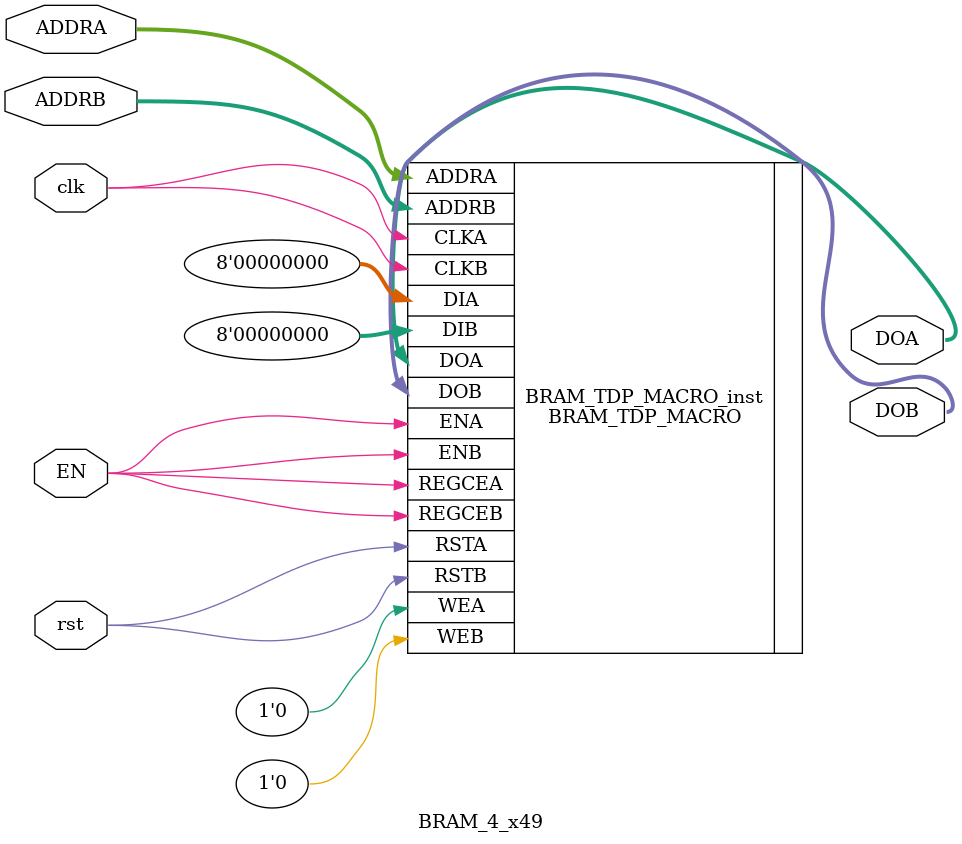
<source format=v>

module BRAM_4_x49(
    input [9:0] ADDRA,
    input [9:0] ADDRB,
    input clk,
    input rst, input EN,
    output [7:0] DOA,
    output [7:0] DOB
    );



// Spartan-6
// Xilinx HDL Libraries Guide, version 14.7
//////////////////////////////////////////////////////////////////////////
// DATA_WIDTH_A/B | BRAM_SIZE | RAM Depth | ADDRA/B Width | WEA/B Width //
// ===============|===========|===========|===============|=============//
// 19-36 | "18Kb" | 512 | 9-bit | 4-bit //
// 10-18 | "18Kb" | 1024 | 10-bit | 2-bit //
// 10-18 | "9Kb" | 512 | 9-bit | 2-bit //
// 5-9 | "18Kb" | 2048 | 11-bit | 1-bit //
// 5-9 | "9Kb" | 1024 | 10-bit | 1-bit //
// 3-4 | "18Kb" | 4096 | 12-bit | 1-bit //
// 3-4 | "9Kb" | 2048 | 11-bit | 1-bit //
// 2 | "18Kb" | 8192 | 13-bit | 1-bit //
// 2 | "9Kb" | 4096 | 12-bit | 1-bit //
// 1 | "18Kb" | 16384 | 14-bit | 1-bit //
// 1 | "9Kb" | 8192 | 12-bit | 1-bit //
//////////////////////////////////////////////////////////////////////////
BRAM_TDP_MACRO #(
	.BRAM_SIZE("9Kb"), // Target BRAM: "9Kb" or "18Kb"
	.DEVICE("SPARTAN6"), // Target device: "VIRTEX5", "VIRTEX6", "SPARTAN6"
	.DOA_REG(1), // Optional port A output register (0 or 1)
	.DOB_REG(1), // Optional port B output register (0 or 1)
	.INIT_A(36'h0123), // Initial values on port A output port
	.INIT_B(36'h3210), // Initial values on port B output port
	.INIT_FILE ("NONE"),
	.READ_WIDTH_A (8), // Valid values are 1-36
	.READ_WIDTH_B (8), // Valid values are 1-36
	.SIM_COLLISION_CHECK ("NONE"), // Collision check enable "ALL", "WARNING_ONLY",
	// "GENERATE_X_ONLY" or "NONE"
	.SRVAL_A(36'h00000000), // Set/Reset value for port A output
	.SRVAL_B(36'h00000000), // Set/Reset value for port B output
	.WRITE_MODE_A("WRITE_FIRST"), // "WRITE_FIRST", "READ_FIRST", or "NO_CHANGE"
	.WRITE_MODE_B("WRITE_FIRST"), // "WRITE_FIRST", "READ_FIRST", or "NO_CHANGE"
	.WRITE_WIDTH_A(8), // Valid values are 1-36
	.WRITE_WIDTH_B(8), // Valid values are 1-36
	
.INIT_00(256'h46A4EEFF7C9100004A1D7C6DA8F000000B1700007F7D000018B1000026910000),
.INIT_01(256'h58A8A5B41FE00000A3E61F0E145E0000EFE12828859500000BB0000003A60000),
.INIT_02(256'hAE302397F1602C89830D100189080000D4B466C3A9D7EB4E215100009BF50000),
.INIT_03(256'h36BAC1751497852062FE54453DAE272791E3C065F29E65C01D7F000091ED0000),
.INIT_04(256'h1A1CFBEAEDE4636397240A1BB8040000E61E000029CF0000175A000092C10000),
.INIT_05(256'hC9931A45FFAA753BA847D8876E8E0D433E9A733D53E9E7A92332400E2C23FCB2),
.INIT_06(256'hDDA7A71384F115B02B41ADBC274200001692F7521B81B1145BCFCBCB911B0000),
.INIT_07(256'hDAFCBD47426BF8134E780A55AB9278363DE558B392548A6112DAD9975284AEE0),
.INIT_08(256'hA94B0110937EEFEFA5F29382471FEFEFE4F8EFEF9092EFEFF75EEFEFC97EEFEF),
.INIT_09(256'hB7474A5BF00FEFEF4C09F0E1FBB1EFEF000EC7C76A7AEFEFE45FEFEFEC49EFEF),
.INIT_0A(256'h41DFCC781E8FC3666CE2FFEE66E7EFEF3B5B892C463804A1CEBEEFEF741AEFEF),
.INIT_0B(256'hD9552E9AFB786ACF8D11BBAAD241C8C87E0C2F8A1D718A2FF290EFEF7E02EFEF),
.INIT_0C(256'hF5F31405020B8C8C78CBE5F457EBEFEF09F1EFEFC620EFEFF8B5EFEF7D2EEFEF),
.INIT_0D(256'h267CF5AA10459AD447A837688161E2ACD1759CD2BC060846CCDDAFE1C3CC135D),
.INIT_0E(256'h324848FC6B1EFA5FC4AE4253C8ADEFEFF97D18BDF46E5EFBB42024247EF4EFEF),
.INIT_0F(256'h351352A8AD8417FCA197E5BA447D97D9D20AB75C7DBB658EFD353678BD6B410F),
.INIT_10(256'hF28994117D1100006820AB2EDD82000098C40000DD1300004728000007FA0000),
.INIT_11(256'h773E23A6015F0000671D7AFF4D200000D5BB6666B844000080DD00008E410000),
.INIT_12(256'hFEE415139B96CF4C74DEBA3F74C90000EBD62CAF55FA73F0981500007C630000),
.INIT_13(256'hFED6282E625D45C60A921590951A7E7E5D52BE3DCB56870450EF0000FAD70000),
.INIT_14(256'hE0B5DB5E16549C9CA6C078FD6A1B000003710000EC0C00009CDD000076A50000),
.INIT_15(256'hFED5478E102C561AF1E94188434C0945191581CD3FA1064ACFF024688A27C589),
.INIT_16(256'hF0C4292FAD8E61E2941028ADAC3F00006C7F5FDC39B841C26DCE414162530000),
.INIT_17(256'h7F352B613A6735FAA65C7BB2E00D632F99F43EF105FAA76825F8713D85CAD19D),
.INIT_18(256'h1D667BFE92FEEFEF87CF44C1326DEFEF772BEFEF32FCEFEFA8C7EFEFE815EFEF),
.INIT_19(256'h98D1CC49EEB0EFEF88F29510A2CFEFEF3A54898957ABEFEF6F32EFEF61AEEFEF),
.INIT_1A(256'h110BFAFC747920A39B3155D09B26EFEF0439C340BA159C1F77FAEFEF938CEFEF),
.INIT_1B(256'h1139C7C18DB2AA29E57DFA7F7AF59191B2BD51D224B968EBBF00EFEF1538EFEF),
.INIT_1C(256'h0F5A34B1F9BB7373492F971285F4EFEFEC9EEFEF03E3EFEF7332EFEF994AEFEF),
.INIT_1D(256'h113AA861FFC3B9F51E06AE67ACA3E6AAF6FA6E22D04EE9A5201FCB8765C82A66),
.INIT_1E(256'h1F2BC6C042618E0D7BFFC74243D0EFEF8390B033D657AE2D8221AEAE8DBCEFEF),
.INIT_1F(256'h90DAC48ED588DA1549B3945D0FE28CC0761BD11EEA154887CA179ED26A253E72),


	
	//===============================================================================
	
	.INIT_20(256'h0000000000000000000000000000000000000000000000000000000000000000),
	.INIT_21(256'h0000000000000000000000000000000000000000000000000000000000000000),
	.INIT_22(256'h0000000000000000000000000000000000000000000000000000000000000000),
	.INIT_23(256'h0000000000000000000000000000000000000000000000000000000000000000),
	.INIT_24(256'h0000000000000000000000000000000000000000000000000000000000000000),
	.INIT_25(256'h0000000000000000000000000000000000000000000000000000000000000000),
	.INIT_26(256'h0000000000000000000000000000000000000000000000000000000000000000),
	.INIT_27(256'h0000000000000000000000000000000000000000000000000000000000000000),
	.INIT_28(256'h0000000000000000000000000000000000000000000000000000000000000000),
	.INIT_29(256'h0000000000000000000000000000000000000000000000000000000000000000),
	.INIT_2A(256'h0000000000000000000000000000000000000000000000000000000000000000),
	.INIT_2B(256'h0000000000000000000000000000000000000000000000000000000000000000),
	.INIT_2C(256'h0000000000000000000000000000000000000000000000000000000000000000),
	.INIT_2D(256'h0000000000000000000000000000000000000000000000000000000000000000),
	.INIT_2E(256'h0000000000000000000000000000000000000000000000000000000000000000),
	.INIT_2F(256'h0000000000000000000000000000000000000000000000000000000000000000),
	.INIT_30(256'h0000000000000000000000000000000000000000000000000000000000000000),
	.INIT_31(256'h0000000000000000000000000000000000000000000000000000000000000000),
	.INIT_32(256'h0000000000000000000000000000000000000000000000000000000000000000),
	.INIT_33(256'h0000000000000000000000000000000000000000000000000000000000000000),
	.INIT_34(256'h0000000000000000000000000000000000000000000000000000000000000000),
	.INIT_35(256'h0000000000000000000000000000000000000000000000000000000000000000),
	.INIT_36(256'h0000000000000000000000000000000000000000000000000000000000000000),
	.INIT_37(256'h0000000000000000000000000000000000000000000000000000000000000000),
	.INIT_38(256'h0000000000000000000000000000000000000000000000000000000000000000),
	.INIT_39(256'h0000000000000000000000000000000000000000000000000000000000000000),
	.INIT_3A(256'h0000000000000000000000000000000000000000000000000000000000000000),
	.INIT_3B(256'h0000000000000000000000000000000000000000000000000000000000000000),
	.INIT_3C(256'h0000000000000000000000000000000000000000000000000000000000000000),
	.INIT_3D(256'h0000000000000000000000000000000000000000000000000000000000000000),
	.INIT_3E(256'h0000000000000000000000000000000000000000000000000000000000000000),
	.INIT_3F(256'h0000000000000000000000000000000000000000000000000000000000000000),


	// The next set of INITP_xx are for the parity bits
	.INITP_00(256'h0000000000000000000000000000000000000000000000000000000000000000),
	.INITP_01(256'h0000000000000000000000000000000000000000000000000000000000000000),
	.INITP_02(256'h0000000000000000000000000000000000000000000000000000000000000000),
	.INITP_03(256'h0000000000000000000000000000000000000000000000000000000000000000),
	// The next set of INITP_xx are for "18Kb" configuration only
	.INITP_04(256'h0000000000000000000000000000000000000000000000000000000000000000),
	.INITP_05(256'h0000000000000000000000000000000000000000000000000000000000000000),
	.INITP_06(256'h0000000000000000000000000000000000000000000000000000000000000000),
	.INITP_07(256'h0000000000000000000000000000000000000000000000000000000000000000)
) BRAM_TDP_MACRO_inst (
	.DOA(DOA), // Output port-A data, width defined by READ_WIDTH_A parameter
	.DOB(DOB), // Output port-B data, width defined by READ_WIDTH_B parameter
	.ADDRA(ADDRA), // Input port-A address, width defined by Port A depth
	.ADDRB(ADDRB), // Input port-B address, width defined by Port B depth
	.CLKA(clk), // 1-bit input port-A clock
	.CLKB(clk), // 1-bit input port-B clock
	.DIA(8'h0), // Input port-A data, width defined by WRITE_WIDTH_A parameter
	.DIB(8'h0), // Input port-B data, width defined by WRITE_WIDTH_B parameter
	.ENA(EN), // 1-bit input port-A enable
	.ENB(EN), // 1-bit input port-B enable
	.REGCEA(EN), // 1-bit input port-A output register enable
	.REGCEB(EN), // 1-bit input port-B output register enable
	.RSTA(rst), // 1-bit input port-A reset
	.RSTB(rst), // 1-bit input port-B reset
	.WEA(1'b0), // Input port-A write enable, width defined by Port A depth
	.WEB(1'b0) // Input port-B write enable, width defined by Port B depth
);
// End of BRAM_TDP_MACRO_inst instantiation
endmodule

</source>
